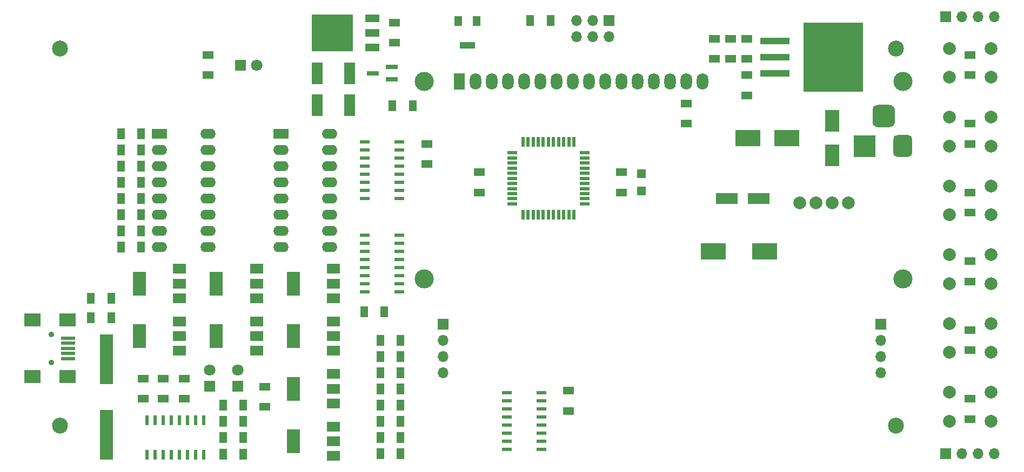
<source format=gts>
%TF.GenerationSoftware,KiCad,Pcbnew,5.1.10-88a1d61d58~90~ubuntu20.04.1*%
%TF.CreationDate,2021-08-26T08:22:14+02:00*%
%TF.ProjectId,promprog2,70726f6d-7072-46f6-9732-2e6b69636164,rev?*%
%TF.SameCoordinates,PX42c1d80PY8677d40*%
%TF.FileFunction,Soldermask,Top*%
%TF.FilePolarity,Negative*%
%FSLAX46Y46*%
G04 Gerber Fmt 4.6, Leading zero omitted, Abs format (unit mm)*
G04 Created by KiCad (PCBNEW 5.1.10-88a1d61d58~90~ubuntu20.04.1) date 2021-08-26 08:22:14*
%MOMM*%
%LPD*%
G01*
G04 APERTURE LIST*
%ADD10R,1.245000X1.800000*%
%ADD11C,1.800000*%
%ADD12R,1.800000X1.800000*%
%ADD13R,1.800000X1.245000*%
%ADD14R,0.550000X1.500000*%
%ADD15R,1.500000X0.550000*%
%ADD16R,1.400000X1.360000*%
%ADD17C,2.000000*%
%ADD18O,1.700000X1.700000*%
%ADD19R,1.700000X1.700000*%
%ADD20R,4.000000X2.500000*%
%ADD21R,2.400000X1.100000*%
%ADD22R,1.300000X1.500000*%
%ADD23R,2.300000X0.500000*%
%ADD24R,2.500000X2.000000*%
%ADD25C,0.900000*%
%ADD26R,2.000000X7.875000*%
%ADD27R,1.800000X3.500000*%
%ADD28R,3.500000X1.800000*%
%ADD29R,2.300000X3.500000*%
%ADD30R,1.500000X0.600000*%
%ADD31R,0.600000X1.500000*%
%ADD32R,2.000000X1.500000*%
%ADD33R,2.000000X3.800000*%
%ADD34R,1.900000X0.800000*%
%ADD35R,2.200000X1.200000*%
%ADD36R,6.400000X5.800000*%
%ADD37R,4.600000X1.100000*%
%ADD38R,9.400000X10.800000*%
%ADD39R,3.500000X3.500000*%
%ADD40R,1.800000X2.600000*%
%ADD41O,1.800000X2.600000*%
%ADD42C,3.000000*%
%ADD43R,2.400000X1.600000*%
%ADD44O,2.400000X1.600000*%
%ADD45C,2.500000*%
%ADD46C,0.100000*%
G04 APERTURE END LIST*
D10*
%TO.C,R35*%
X14038500Y23876000D03*
X10853500Y23876000D03*
%TD*%
%TO.C,R36*%
X10853500Y26924000D03*
X14038500Y26924000D03*
%TD*%
%TO.C,R34*%
X34739500Y10160000D03*
X31554500Y10160000D03*
%TD*%
%TO.C,R31*%
X31554500Y7620000D03*
X34739500Y7620000D03*
%TD*%
%TO.C,R32*%
X31554500Y5080000D03*
X34739500Y5080000D03*
%TD*%
D11*
%TO.C,D7*%
X29464000Y15621000D03*
D12*
X29464000Y13081000D03*
%TD*%
%TO.C,D6*%
X33909000Y13081000D03*
D11*
X33909000Y15621000D03*
%TD*%
D13*
%TO.C,R33*%
X38100000Y9837500D03*
X38100000Y13022500D03*
%TD*%
%TO.C,C7*%
X85725000Y12387500D03*
X85725000Y9202500D03*
%TD*%
D14*
%TO.C,U8*%
X86550000Y51420000D03*
X85750000Y51420000D03*
X84950000Y51420000D03*
X84150000Y51420000D03*
X83350000Y51420000D03*
X82550000Y51420000D03*
X81750000Y51420000D03*
X80950000Y51420000D03*
X80150000Y51420000D03*
X79350000Y51420000D03*
X78550000Y51420000D03*
D15*
X76850000Y49720000D03*
X76850000Y48920000D03*
X76850000Y48120000D03*
X76850000Y47320000D03*
X76850000Y46520000D03*
X76850000Y45720000D03*
X76850000Y44920000D03*
X76850000Y44120000D03*
X76850000Y43320000D03*
X76850000Y42520000D03*
X76850000Y41720000D03*
D14*
X78550000Y40020000D03*
X79350000Y40020000D03*
X80150000Y40020000D03*
X80950000Y40020000D03*
X81750000Y40020000D03*
X82550000Y40020000D03*
X83350000Y40020000D03*
X84150000Y40020000D03*
X84950000Y40020000D03*
X85750000Y40020000D03*
X86550000Y40020000D03*
D15*
X88250000Y41720000D03*
X88250000Y42520000D03*
X88250000Y43320000D03*
X88250000Y44120000D03*
X88250000Y44920000D03*
X88250000Y45720000D03*
X88250000Y46520000D03*
X88250000Y47320000D03*
X88250000Y48120000D03*
X88250000Y48920000D03*
X88250000Y49720000D03*
%TD*%
D16*
%TO.C,C2*%
X97155000Y43705000D03*
X97155000Y46465000D03*
%TD*%
D10*
%TO.C,R16*%
X59377500Y17780000D03*
X56192500Y17780000D03*
%TD*%
D13*
%TO.C,C13*%
X71755000Y46677500D03*
X71755000Y43492500D03*
%TD*%
D17*
%TO.C,U1*%
X129540000Y41910000D03*
X127000000Y41910000D03*
X124460000Y41910000D03*
X121920000Y41910000D03*
%TD*%
D18*
%TO.C,J6*%
X152400000Y71120000D03*
X149860000Y71120000D03*
X147320000Y71120000D03*
D19*
X144780000Y71120000D03*
%TD*%
%TO.C,J7*%
X144780000Y2540000D03*
D18*
X147320000Y2540000D03*
X149860000Y2540000D03*
X152400000Y2540000D03*
%TD*%
%TO.C,J5*%
X66040000Y15240000D03*
X66040000Y17780000D03*
X66040000Y20320000D03*
D19*
X66040000Y22860000D03*
%TD*%
%TO.C,J8*%
X134620000Y22860000D03*
D18*
X134620000Y20320000D03*
X134620000Y17780000D03*
X134620000Y15240000D03*
%TD*%
D17*
%TO.C,SW5*%
X151915000Y18415000D03*
X151915000Y22915000D03*
X145415000Y18415000D03*
X145415000Y22915000D03*
%TD*%
%TO.C,SW6*%
X145415000Y12120000D03*
X145415000Y7620000D03*
X151915000Y12120000D03*
X151915000Y7620000D03*
%TD*%
D20*
%TO.C,C1*%
X108395000Y34290000D03*
X116395000Y34290000D03*
%TD*%
%TO.C,C4*%
X119890000Y52070000D03*
X113790000Y52070000D03*
%TD*%
D10*
%TO.C,C8*%
X31554500Y2413000D03*
X34739500Y2413000D03*
%TD*%
D13*
%TO.C,C9*%
X25527000Y11107500D03*
X25527000Y14292500D03*
%TD*%
D10*
%TO.C,C10*%
X53652500Y24765000D03*
X56837500Y24765000D03*
%TD*%
D13*
%TO.C,C6*%
X93980000Y46677500D03*
X93980000Y43492500D03*
%TD*%
%TO.C,C5*%
X113665000Y58732500D03*
X113665000Y61917500D03*
%TD*%
%TO.C,C3*%
X63500000Y47937500D03*
X63500000Y51122500D03*
%TD*%
%TO.C,C12*%
X19050000Y11107500D03*
X19050000Y14292500D03*
%TD*%
%TO.C,C11*%
X22225000Y14292500D03*
X22225000Y11107500D03*
%TD*%
D21*
%TO.C,RV1*%
X69850000Y66580000D03*
D22*
X71300000Y70380000D03*
X68400000Y70380000D03*
%TD*%
D23*
%TO.C,J3*%
X7295000Y20650000D03*
X7295000Y19850000D03*
X7295000Y19050000D03*
X7295000Y18250000D03*
X7295000Y17450000D03*
D24*
X7195000Y23500000D03*
X1695000Y23500000D03*
X7195000Y14600000D03*
X1695000Y14600000D03*
D25*
X4695000Y21250000D03*
X4695000Y16850000D03*
%TD*%
D26*
%TO.C,Y1*%
X13335000Y17367500D03*
X13335000Y5492500D03*
%TD*%
D27*
%TO.C,D4*%
X46355000Y57190000D03*
X46355000Y62190000D03*
%TD*%
D28*
%TO.C,D2*%
X115530000Y42545000D03*
X110530000Y42545000D03*
%TD*%
D27*
%TO.C,D3*%
X51435000Y57190000D03*
X51435000Y62190000D03*
%TD*%
D29*
%TO.C,D1*%
X127000000Y49370000D03*
X127000000Y54770000D03*
%TD*%
D30*
%TO.C,U4*%
X59215000Y51435000D03*
X59215000Y50165000D03*
X59215000Y48895000D03*
X59215000Y47625000D03*
X59215000Y46355000D03*
X59215000Y45085000D03*
X59215000Y43815000D03*
X59215000Y42545000D03*
X53815000Y42545000D03*
X53815000Y43815000D03*
X53815000Y45085000D03*
X53815000Y46355000D03*
X53815000Y47625000D03*
X53815000Y48895000D03*
X53815000Y50165000D03*
X53815000Y51435000D03*
%TD*%
%TO.C,U7*%
X81440000Y3175000D03*
X81440000Y4445000D03*
X81440000Y5715000D03*
X81440000Y6985000D03*
X81440000Y8255000D03*
X81440000Y9525000D03*
X81440000Y10795000D03*
X81440000Y12065000D03*
X76040000Y12065000D03*
X76040000Y10795000D03*
X76040000Y9525000D03*
X76040000Y8255000D03*
X76040000Y6985000D03*
X76040000Y5715000D03*
X76040000Y4445000D03*
X76040000Y3175000D03*
%TD*%
D31*
%TO.C,U9*%
X28575000Y2380000D03*
X27305000Y2380000D03*
X26035000Y2380000D03*
X24765000Y2380000D03*
X23495000Y2380000D03*
X22225000Y2380000D03*
X20955000Y2380000D03*
X19685000Y2380000D03*
X19685000Y7780000D03*
X20955000Y7780000D03*
X22225000Y7780000D03*
X23495000Y7780000D03*
X24765000Y7780000D03*
X26035000Y7780000D03*
X27305000Y7780000D03*
X28575000Y7780000D03*
%TD*%
D30*
%TO.C,U10*%
X59215000Y27940000D03*
X59215000Y29210000D03*
X59215000Y30480000D03*
X59215000Y31750000D03*
X59215000Y33020000D03*
X59215000Y34290000D03*
X59215000Y35560000D03*
X59215000Y36830000D03*
X53815000Y36830000D03*
X53815000Y35560000D03*
X53815000Y34290000D03*
X53815000Y33020000D03*
X53815000Y31750000D03*
X53815000Y30480000D03*
X53815000Y29210000D03*
X53815000Y27940000D03*
%TD*%
D32*
%TO.C,Q9*%
X48870000Y10400000D03*
X48870000Y15000000D03*
X48870000Y12700000D03*
D33*
X42570000Y12700000D03*
%TD*%
%TO.C,Q8*%
X18440000Y20955000D03*
D32*
X24740000Y20955000D03*
X24740000Y23255000D03*
X24740000Y18655000D03*
%TD*%
%TO.C,Q7*%
X36805000Y18655000D03*
X36805000Y23255000D03*
X36805000Y20955000D03*
D33*
X30505000Y20955000D03*
%TD*%
%TO.C,Q10*%
X42570000Y4445000D03*
D32*
X48870000Y4445000D03*
X48870000Y6745000D03*
X48870000Y2145000D03*
%TD*%
%TO.C,Q6*%
X48870000Y18655000D03*
X48870000Y23255000D03*
X48870000Y20955000D03*
D33*
X42570000Y20955000D03*
%TD*%
%TO.C,Q5*%
X18440000Y29210000D03*
D32*
X24740000Y29210000D03*
X24740000Y31510000D03*
X24740000Y26910000D03*
%TD*%
%TO.C,Q4*%
X36805000Y26910000D03*
X36805000Y31510000D03*
X36805000Y29210000D03*
D33*
X30505000Y29210000D03*
%TD*%
%TO.C,Q2*%
X42570000Y29210000D03*
D32*
X48870000Y29210000D03*
X48870000Y31510000D03*
X48870000Y26910000D03*
%TD*%
D34*
%TO.C,Q3*%
X58015000Y61280000D03*
X58015000Y63180000D03*
X55015000Y62230000D03*
%TD*%
D35*
%TO.C,Q1*%
X55000000Y66300000D03*
X55000000Y68580000D03*
X55000000Y70860000D03*
D36*
X48700000Y68580000D03*
%TD*%
D37*
%TO.C,U2*%
X118050000Y67310000D03*
X118050000Y64770000D03*
X118050000Y62230000D03*
D38*
X127200000Y64770000D03*
%TD*%
D10*
%TO.C,R4*%
X18737500Y45085000D03*
X15552500Y45085000D03*
%TD*%
%TO.C,R2*%
X15552500Y50165000D03*
X18737500Y50165000D03*
%TD*%
%TO.C,R1*%
X18737500Y52705000D03*
X15552500Y52705000D03*
%TD*%
%TO.C,R5*%
X15552500Y42545000D03*
X18737500Y42545000D03*
%TD*%
%TO.C,R6*%
X18737500Y40005000D03*
X15552500Y40005000D03*
%TD*%
%TO.C,R7*%
X15552500Y37465000D03*
X18737500Y37465000D03*
%TD*%
D13*
%TO.C,R30*%
X104140000Y57472500D03*
X104140000Y54287500D03*
%TD*%
%TO.C,R9*%
X113665000Y67632500D03*
X113665000Y64447500D03*
%TD*%
%TO.C,R10*%
X111125000Y67632500D03*
X111125000Y64447500D03*
%TD*%
%TO.C,R11*%
X108585000Y64447500D03*
X108585000Y67632500D03*
%TD*%
D10*
%TO.C,R12*%
X59377500Y20320000D03*
X56192500Y20320000D03*
%TD*%
D13*
%TO.C,R27*%
X148590000Y29522500D03*
X148590000Y32707500D03*
%TD*%
%TO.C,R28*%
X148590000Y21912500D03*
X148590000Y18727500D03*
%TD*%
%TO.C,R29*%
X148590000Y7932500D03*
X148590000Y11117500D03*
%TD*%
D10*
%TO.C,R3*%
X18737500Y47625000D03*
X15552500Y47625000D03*
%TD*%
D13*
%TO.C,R26*%
X148590000Y43502500D03*
X148590000Y40317500D03*
%TD*%
%TO.C,R25*%
X148590000Y51112500D03*
X148590000Y54297500D03*
%TD*%
%TO.C,R24*%
X148590000Y65092500D03*
X148590000Y61907500D03*
%TD*%
D10*
%TO.C,R23*%
X56192500Y2540000D03*
X59377500Y2540000D03*
%TD*%
%TO.C,R22*%
X59377500Y5080000D03*
X56192500Y5080000D03*
%TD*%
%TO.C,R21*%
X56192500Y7620000D03*
X59377500Y7620000D03*
%TD*%
%TO.C,R20*%
X59377500Y10160000D03*
X56192500Y10160000D03*
%TD*%
%TO.C,R19*%
X56192500Y12700000D03*
X59377500Y12700000D03*
%TD*%
%TO.C,R14*%
X61282500Y57150000D03*
X58097500Y57150000D03*
%TD*%
%TO.C,R18*%
X59377500Y15240000D03*
X56192500Y15240000D03*
%TD*%
%TO.C,R17*%
X82872500Y70485000D03*
X79687500Y70485000D03*
%TD*%
D13*
%TO.C,R15*%
X29210000Y61907500D03*
X29210000Y65092500D03*
%TD*%
D10*
%TO.C,R8*%
X15552500Y34925000D03*
X18737500Y34925000D03*
%TD*%
D13*
%TO.C,R13*%
X58420000Y66987500D03*
X58420000Y70172500D03*
%TD*%
D19*
%TO.C,J2*%
X92075000Y70485000D03*
D18*
X92075000Y67945000D03*
X89535000Y70485000D03*
X89535000Y67945000D03*
X86995000Y70485000D03*
X86995000Y67945000D03*
%TD*%
D17*
%TO.C,SW4*%
X151915000Y29210000D03*
X151915000Y33710000D03*
X145415000Y29210000D03*
X145415000Y33710000D03*
%TD*%
%TO.C,SW3*%
X145415000Y44505000D03*
X145415000Y40005000D03*
X151915000Y44505000D03*
X151915000Y40005000D03*
%TD*%
%TO.C,SW2*%
X151915000Y50800000D03*
X151915000Y55300000D03*
X145415000Y50800000D03*
X145415000Y55300000D03*
%TD*%
%TO.C,SW1*%
X145415000Y66095000D03*
X145415000Y61595000D03*
X151915000Y66095000D03*
X151915000Y61595000D03*
%TD*%
D39*
%TO.C,J1*%
X132080000Y50800000D03*
G36*
G01*
X139580000Y51800000D02*
X139580000Y49800000D01*
G75*
G02*
X138830000Y49050000I-750000J0D01*
G01*
X137330000Y49050000D01*
G75*
G02*
X136580000Y49800000I0J750000D01*
G01*
X136580000Y51800000D01*
G75*
G02*
X137330000Y52550000I750000J0D01*
G01*
X138830000Y52550000D01*
G75*
G02*
X139580000Y51800000I0J-750000D01*
G01*
G37*
G36*
G01*
X136830000Y56375000D02*
X136830000Y54625000D01*
G75*
G02*
X135955000Y53750000I-875000J0D01*
G01*
X134205000Y53750000D01*
G75*
G02*
X133330000Y54625000I0J875000D01*
G01*
X133330000Y56375000D01*
G75*
G02*
X134205000Y57250000I875000J0D01*
G01*
X135955000Y57250000D01*
G75*
G02*
X136830000Y56375000I0J-875000D01*
G01*
G37*
%TD*%
D40*
%TO.C,DS1*%
X68580000Y60960000D03*
D41*
X71120000Y60960000D03*
X73660000Y60960000D03*
X76200000Y60960000D03*
X78740000Y60960000D03*
X81280000Y60960000D03*
X83820000Y60960000D03*
X86360000Y60960000D03*
X88900000Y60960000D03*
X91440000Y60960000D03*
X93980000Y60960000D03*
X96520000Y60960000D03*
X99060000Y60960000D03*
X101600000Y60960000D03*
X104140000Y60960000D03*
X106680000Y60960000D03*
D42*
X63080900Y60960000D03*
X63080900Y29959300D03*
X138079480Y29959300D03*
X138080000Y60960000D03*
%TD*%
D12*
%TO.C,D5*%
X34290000Y63500000D03*
D11*
X36830000Y63500000D03*
%TD*%
D43*
%TO.C,U6*%
X40640000Y52705000D03*
D44*
X48260000Y34925000D03*
X40640000Y50165000D03*
X48260000Y37465000D03*
X40640000Y47625000D03*
X48260000Y40005000D03*
X40640000Y45085000D03*
X48260000Y42545000D03*
X40640000Y42545000D03*
X48260000Y45085000D03*
X40640000Y40005000D03*
X48260000Y47625000D03*
X40640000Y37465000D03*
X48260000Y50165000D03*
X40640000Y34925000D03*
X48260000Y52705000D03*
%TD*%
D43*
%TO.C,U3*%
X21590000Y52705000D03*
D44*
X29210000Y34925000D03*
X21590000Y50165000D03*
X29210000Y37465000D03*
X21590000Y47625000D03*
X29210000Y40005000D03*
X21590000Y45085000D03*
X29210000Y42545000D03*
X21590000Y42545000D03*
X29210000Y45085000D03*
X21590000Y40005000D03*
X29210000Y47625000D03*
X21590000Y37465000D03*
X29210000Y50165000D03*
X21590000Y34925000D03*
X29210000Y52705000D03*
%TD*%
D45*
%TO.C,H4*%
X6000000Y66100000D03*
%TD*%
%TO.C,H3*%
X137000000Y66100000D03*
%TD*%
%TO.C,H2*%
X137000000Y6900000D03*
%TD*%
%TO.C,H1*%
X6000000Y6900000D03*
%TD*%
D46*
G36*
X136581990Y49800196D02*
G01*
X136596381Y49654077D01*
X136638947Y49513756D01*
X136708069Y49384438D01*
X136801091Y49271091D01*
X136914438Y49178069D01*
X137043756Y49108947D01*
X137184077Y49066381D01*
X137330196Y49051990D01*
X137331822Y49050825D01*
X137331626Y49048835D01*
X137330000Y49048000D01*
X137273640Y49048000D01*
X137273444Y49048010D01*
X137133299Y49061813D01*
X137132914Y49061889D01*
X137004053Y49100979D01*
X137003691Y49101129D01*
X136884940Y49164603D01*
X136884614Y49164821D01*
X136780522Y49250245D01*
X136780245Y49250522D01*
X136694821Y49354614D01*
X136694603Y49354940D01*
X136631129Y49473691D01*
X136630979Y49474053D01*
X136591889Y49602914D01*
X136591813Y49603299D01*
X136578010Y49743444D01*
X136578000Y49743640D01*
X136578000Y49800000D01*
X136579000Y49801732D01*
X136581000Y49801732D01*
X136581990Y49800196D01*
G37*
G36*
X139581165Y49801626D02*
G01*
X139582000Y49800000D01*
X139582000Y49743640D01*
X139581990Y49743444D01*
X139568187Y49603299D01*
X139568111Y49602914D01*
X139529021Y49474053D01*
X139528871Y49473691D01*
X139465397Y49354940D01*
X139465179Y49354614D01*
X139379755Y49250522D01*
X139379478Y49250245D01*
X139275386Y49164821D01*
X139275060Y49164603D01*
X139156309Y49101129D01*
X139155947Y49100979D01*
X139027086Y49061889D01*
X139026701Y49061813D01*
X138886556Y49048010D01*
X138886360Y49048000D01*
X138830000Y49048000D01*
X138828268Y49049000D01*
X138828268Y49051000D01*
X138829804Y49051990D01*
X138975923Y49066381D01*
X139116244Y49108947D01*
X139245562Y49178069D01*
X139358909Y49271091D01*
X139451931Y49384438D01*
X139521053Y49513756D01*
X139563619Y49654077D01*
X139578010Y49800196D01*
X139579175Y49801822D01*
X139581165Y49801626D01*
G37*
G36*
X137331732Y52551000D02*
G01*
X137331732Y52549000D01*
X137330196Y52548010D01*
X137184077Y52533619D01*
X137043756Y52491053D01*
X136914438Y52421931D01*
X136801091Y52328909D01*
X136708069Y52215562D01*
X136638947Y52086244D01*
X136596381Y51945923D01*
X136581990Y51799804D01*
X136580825Y51798178D01*
X136578835Y51798374D01*
X136578000Y51800000D01*
X136578000Y51856360D01*
X136578010Y51856556D01*
X136591813Y51996701D01*
X136591889Y51997086D01*
X136630979Y52125947D01*
X136631129Y52126309D01*
X136694603Y52245060D01*
X136694821Y52245386D01*
X136780245Y52349478D01*
X136780522Y52349755D01*
X136884614Y52435179D01*
X136884940Y52435397D01*
X137003691Y52498871D01*
X137004053Y52499021D01*
X137132914Y52538111D01*
X137133299Y52538187D01*
X137273444Y52551990D01*
X137273640Y52552000D01*
X137330000Y52552000D01*
X137331732Y52551000D01*
G37*
G36*
X138886556Y52551990D02*
G01*
X139026701Y52538187D01*
X139027086Y52538111D01*
X139155947Y52499021D01*
X139156309Y52498871D01*
X139275060Y52435397D01*
X139275386Y52435179D01*
X139379478Y52349755D01*
X139379755Y52349478D01*
X139465179Y52245386D01*
X139465397Y52245060D01*
X139528871Y52126309D01*
X139529021Y52125947D01*
X139568111Y51997086D01*
X139568187Y51996701D01*
X139581990Y51856556D01*
X139582000Y51856360D01*
X139582000Y51800000D01*
X139581000Y51798268D01*
X139579000Y51798268D01*
X139578010Y51799804D01*
X139563619Y51945923D01*
X139521053Y52086244D01*
X139451931Y52215562D01*
X139358909Y52328909D01*
X139245562Y52421931D01*
X139116244Y52491053D01*
X138975923Y52533619D01*
X138829804Y52548010D01*
X138828178Y52549175D01*
X138828374Y52551165D01*
X138830000Y52552000D01*
X138886360Y52552000D01*
X138886556Y52551990D01*
G37*
G36*
X133331990Y54625196D02*
G01*
X133348783Y54454691D01*
X133398462Y54290921D01*
X133479135Y54139992D01*
X133587703Y54007703D01*
X133719992Y53899135D01*
X133870921Y53818462D01*
X134034691Y53768783D01*
X134205196Y53751990D01*
X134206822Y53750825D01*
X134206626Y53748835D01*
X134205000Y53748000D01*
X134148640Y53748000D01*
X134148444Y53748010D01*
X133983913Y53764215D01*
X133983528Y53764291D01*
X133831217Y53810494D01*
X133830855Y53810644D01*
X133690492Y53885669D01*
X133690166Y53885887D01*
X133567134Y53986857D01*
X133566857Y53987134D01*
X133465887Y54110166D01*
X133465669Y54110492D01*
X133390644Y54250855D01*
X133390494Y54251217D01*
X133344291Y54403528D01*
X133344215Y54403913D01*
X133328010Y54568444D01*
X133328000Y54568640D01*
X133328000Y54625000D01*
X133329000Y54626732D01*
X133331000Y54626732D01*
X133331990Y54625196D01*
G37*
G36*
X136831165Y54626626D02*
G01*
X136832000Y54625000D01*
X136832000Y54568640D01*
X136831990Y54568444D01*
X136815785Y54403913D01*
X136815709Y54403528D01*
X136769506Y54251217D01*
X136769356Y54250855D01*
X136694331Y54110492D01*
X136694113Y54110166D01*
X136593143Y53987134D01*
X136592866Y53986857D01*
X136469834Y53885887D01*
X136469508Y53885669D01*
X136329145Y53810644D01*
X136328783Y53810494D01*
X136176472Y53764291D01*
X136176087Y53764215D01*
X136011556Y53748010D01*
X136011360Y53748000D01*
X135955000Y53748000D01*
X135953268Y53749000D01*
X135953268Y53751000D01*
X135954804Y53751990D01*
X136125309Y53768783D01*
X136289079Y53818462D01*
X136440008Y53899135D01*
X136572297Y54007703D01*
X136680865Y54139992D01*
X136761538Y54290921D01*
X136811217Y54454691D01*
X136828010Y54625196D01*
X136829175Y54626822D01*
X136831165Y54626626D01*
G37*
G36*
X134206732Y57251000D02*
G01*
X134206732Y57249000D01*
X134205196Y57248010D01*
X134034691Y57231217D01*
X133870921Y57181538D01*
X133719992Y57100865D01*
X133587703Y56992297D01*
X133479135Y56860008D01*
X133398462Y56709079D01*
X133348783Y56545309D01*
X133331990Y56374804D01*
X133330825Y56373178D01*
X133328835Y56373374D01*
X133328000Y56375000D01*
X133328000Y56431360D01*
X133328010Y56431556D01*
X133344215Y56596087D01*
X133344291Y56596472D01*
X133390494Y56748783D01*
X133390644Y56749145D01*
X133465669Y56889508D01*
X133465887Y56889834D01*
X133566857Y57012866D01*
X133567134Y57013143D01*
X133690166Y57114113D01*
X133690492Y57114331D01*
X133830855Y57189356D01*
X133831217Y57189506D01*
X133983528Y57235709D01*
X133983913Y57235785D01*
X134148444Y57251990D01*
X134148640Y57252000D01*
X134205000Y57252000D01*
X134206732Y57251000D01*
G37*
G36*
X136011556Y57251990D02*
G01*
X136176087Y57235785D01*
X136176472Y57235709D01*
X136328783Y57189506D01*
X136329145Y57189356D01*
X136469508Y57114331D01*
X136469834Y57114113D01*
X136592866Y57013143D01*
X136593143Y57012866D01*
X136694113Y56889834D01*
X136694331Y56889508D01*
X136769356Y56749145D01*
X136769506Y56748783D01*
X136815709Y56596472D01*
X136815785Y56596087D01*
X136831990Y56431556D01*
X136832000Y56431360D01*
X136832000Y56375000D01*
X136831000Y56373268D01*
X136829000Y56373268D01*
X136828010Y56374804D01*
X136811217Y56545309D01*
X136761538Y56709079D01*
X136680865Y56860008D01*
X136572297Y56992297D01*
X136440008Y57100865D01*
X136289079Y57181538D01*
X136125309Y57231217D01*
X135954804Y57248010D01*
X135953178Y57249175D01*
X135953374Y57251165D01*
X135955000Y57252000D01*
X136011360Y57252000D01*
X136011556Y57251990D01*
G37*
M02*

</source>
